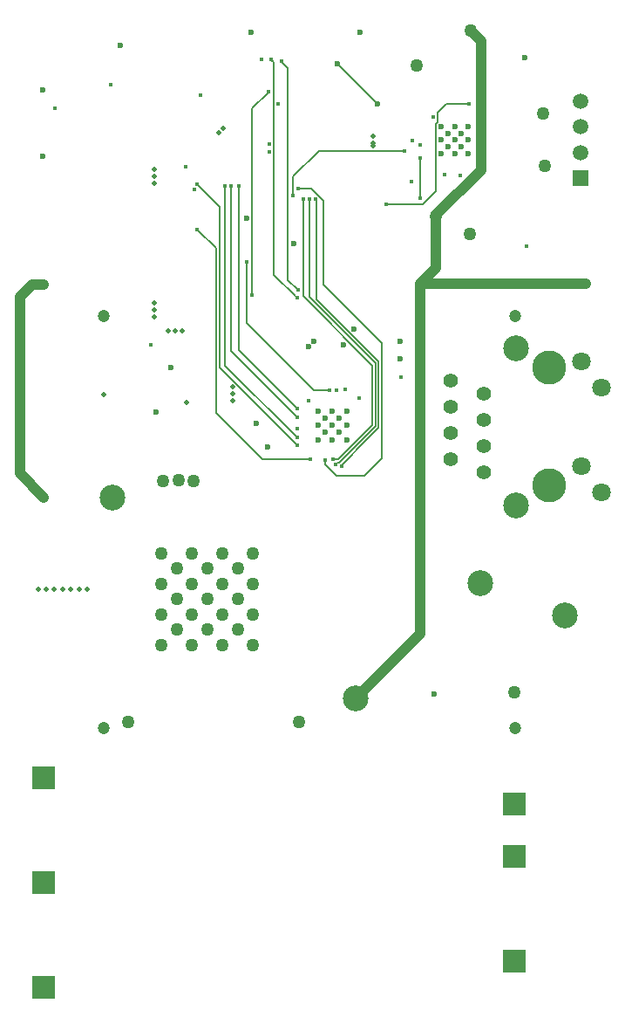
<source format=gbr>
%TF.GenerationSoftware,Altium Limited,Altium Designer,20.1.12 (249)*%
G04 Layer_Physical_Order=2*
G04 Layer_Color=36540*
%FSLAX45Y45*%
%MOMM*%
%TF.SameCoordinates,0418086A-757F-42B6-A3B9-695331E80F4B*%
%TF.FilePolarity,Positive*%
%TF.FileFunction,Copper,L2,Inr,Signal*%
%TF.Part,Single*%
G01*
G75*
%TA.AperFunction,Conductor*%
%ADD45C,1.00000*%
%ADD48C,0.20000*%
%ADD49C,0.15000*%
%TA.AperFunction,ComponentPad*%
%ADD52C,1.40000*%
%TA.AperFunction,WasherPad*%
%ADD54C,1.20000*%
%TA.AperFunction,ComponentPad*%
%ADD55C,2.50000*%
%ADD56C,1.50000*%
%ADD57R,1.50000X1.50000*%
%ADD58C,3.30000*%
%ADD59C,1.80000*%
%ADD60R,2.30000X2.30000*%
%TA.AperFunction,ViaPad*%
%ADD61C,0.60000*%
%ADD62C,0.40000*%
%ADD63C,0.50000*%
%ADD64C,1.27000*%
%ADD65C,2.50000*%
D45*
X4665000Y8477499D02*
Y8932499D01*
Y9669998D01*
Y8415000D02*
Y8477499D01*
X4074998Y5384998D02*
Y7312497D01*
X4567499Y9767499D02*
X4665000Y9669998D01*
X4229999Y7979999D02*
X4665000Y8415000D01*
X4229999Y7964998D02*
Y7979999D01*
Y7467498D02*
Y7964998D01*
X3450001Y3290001D02*
X4074998Y3914999D01*
Y5384998D01*
X304998Y7304999D02*
X412501D01*
X187498Y7187499D02*
X304998Y7304999D01*
X187498Y5472501D02*
Y7187499D01*
Y5472501D02*
X419999Y5240000D01*
X4074998Y7312497D02*
X4229999Y7467498D01*
X4074998Y7312497D02*
X5685003D01*
D48*
X3271520Y9448800D02*
X3660140Y9060180D01*
X2240001Y6660002D02*
Y8257499D01*
X2309998Y6669999D02*
Y8257499D01*
X2240001Y6660002D02*
X2879999Y6019998D01*
X2309998Y6669999D02*
X2879999Y6099998D01*
D49*
X2650002Y7400000D02*
Y9460001D01*
X2873238Y7180001D02*
X2879999D01*
X2863185Y7190054D02*
X2873238Y7180001D01*
X2859949Y7190054D02*
X2863185D01*
X2650002Y7400000D02*
X2859949Y7190054D01*
X2790002Y7349998D02*
X2884998Y7255002D01*
X2790002Y7349998D02*
Y9403237D01*
X2939999Y7190003D02*
Y8130002D01*
Y7190003D02*
X3610000Y6520002D01*
X2839999Y8350001D02*
X3089996Y8599998D01*
X2839999Y8170001D02*
Y8350001D01*
X3015107Y8235000D02*
X3130001Y8120106D01*
X2885003Y8235000D02*
X3015107D01*
X2730002Y9463237D02*
X2790002Y9403237D01*
X2999999Y7183328D02*
Y8130002D01*
X3059999D02*
X3070001Y8119999D01*
X3130001Y7305004D02*
Y8120106D01*
X2630002Y9480001D02*
X2650002Y9460001D01*
X2630002Y9480001D02*
Y9489999D01*
X2730002Y9463237D02*
Y9469999D01*
X2600000Y9169999D02*
Y9171249D01*
X2440000Y9010000D02*
X2600000Y9169999D01*
X2440000Y7200001D02*
Y9010000D01*
X1909999Y7840000D02*
X2089998Y7660000D01*
Y6059998D02*
Y7660000D01*
X1909999Y8279999D02*
X2129998Y8059999D01*
Y6500002D02*
Y8059999D01*
X3670000Y5912261D02*
Y6555755D01*
X3070001Y7155754D02*
Y8119999D01*
Y7155754D02*
X3670000Y6555755D01*
X3610000Y5943046D02*
Y6520002D01*
X2999999Y7183328D02*
X3639998Y6543330D01*
X3289381Y5579999D02*
X3639998Y5930616D01*
X3130001Y7305004D02*
X3699998Y6735008D01*
X3639998Y5930616D02*
Y6543330D01*
X3699998Y5619999D02*
Y6735008D01*
X3559998Y5802259D02*
X3670000Y5912261D01*
X3530295Y5450296D02*
X3699998Y5619999D01*
X3276956Y5610001D02*
X3610000Y5943046D01*
X4100002Y8079999D02*
X4227495Y8207497D01*
X4242501Y8972499D02*
X4329999Y9060002D01*
X4227495Y8859251D02*
X4242501Y8874252D01*
X4227495Y8207497D02*
Y8859251D01*
X4242501Y8874252D02*
Y8972499D01*
X4329999Y9060002D02*
X4549999D01*
X3739998Y8079999D02*
X4100002D01*
X4069999Y8139999D02*
Y8530001D01*
X3089996Y8599998D02*
X3920002D01*
X2180001Y6520002D02*
Y8257499D01*
X3265226Y5572282D02*
X3278180D01*
X3307608Y5541609D02*
Y5549864D01*
X3285896Y5579999D02*
X3289381D01*
X3307608Y5549864D02*
X3559998Y5802259D01*
X3256437Y5561772D02*
Y5563494D01*
X3265226Y5572282D01*
X3259704Y5450296D02*
X3530295D01*
X3278180Y5572282D02*
X3285896Y5579999D01*
X2089998Y6059998D02*
X2540000Y5610001D01*
X2129998Y6500002D02*
X2879999Y5750001D01*
X2540000Y5610001D02*
X3010002D01*
X2180001Y6520002D02*
X2879999Y5819999D01*
X2389998Y6929999D02*
Y7520000D01*
X3039999Y6279998D02*
X3190001D01*
X2389998Y6929999D02*
X3039999Y6279998D01*
X3150001Y5559999D02*
Y5599999D01*
Y5559999D02*
X3259704Y5450296D01*
X3230001Y5610001D02*
X3276956D01*
D52*
X4687809Y5736900D02*
D03*
X4370309Y6117900D02*
D03*
Y6371900D02*
D03*
X4687809Y5482900D02*
D03*
Y6244900D02*
D03*
X4370309Y5609900D02*
D03*
Y5863900D02*
D03*
X4687809Y5990900D02*
D03*
D54*
X5000000Y2999999D02*
D03*
X999998D02*
D03*
X5000000Y7000001D02*
D03*
X999998D02*
D03*
D55*
X5005309Y6689400D02*
D03*
Y5165400D02*
D03*
D56*
X5627502Y8585002D02*
D03*
Y8834999D02*
D03*
Y9085001D02*
D03*
D57*
Y8335000D02*
D03*
D58*
X5322809Y5355900D02*
D03*
Y6498900D02*
D03*
D59*
X5640309Y5546400D02*
D03*
Y6562400D02*
D03*
X5830809Y5292400D02*
D03*
Y6308400D02*
D03*
D60*
X414000Y2516002D02*
D03*
Y484002D02*
D03*
Y1500002D02*
D03*
X4986000Y738002D02*
D03*
Y2262002D02*
D03*
Y1754002D02*
D03*
D61*
X5087620Y9507220D02*
D03*
X3271520Y9448800D02*
D03*
X3660140Y9060180D02*
D03*
X2850002Y7700000D02*
D03*
X2387498Y7950002D02*
D03*
X4279997Y8837503D02*
D03*
X4540006Y8577499D02*
D03*
X2591481Y5730296D02*
D03*
X2480000Y5959998D02*
D03*
X3359323Y5799821D02*
D03*
X3430001Y6869999D02*
D03*
X3039999Y6749999D02*
D03*
X3330001Y6720002D02*
D03*
X3290001Y5870001D02*
D03*
X3360110Y5939699D02*
D03*
X3290001Y6010001D02*
D03*
X3360110Y6079698D02*
D03*
X3220110D02*
D03*
X2990002Y6700002D02*
D03*
X3880002Y6749999D02*
D03*
X3874999Y6580002D02*
D03*
X403753Y8545002D02*
D03*
Y9194998D02*
D03*
X1162502Y9627499D02*
D03*
X2427498Y9752498D02*
D03*
X3492500D02*
D03*
X4540001Y8707501D02*
D03*
X4475002Y8642497D02*
D03*
X4409999Y8837503D02*
D03*
X4540001D02*
D03*
X4279997Y8707501D02*
D03*
X4410004Y8577499D02*
D03*
X4279997D02*
D03*
X4344995Y8772505D02*
D03*
X4475002Y8772500D02*
D03*
X4345000Y8642497D02*
D03*
X4409999Y8707501D02*
D03*
X3079323Y5939820D02*
D03*
X3150001Y6010001D02*
D03*
X3219323Y5799821D02*
D03*
X3079323D02*
D03*
X3080111Y6079698D02*
D03*
X3150001Y5870001D02*
D03*
X3220110Y5939699D02*
D03*
X1649999Y6500002D02*
D03*
X1510000Y6070001D02*
D03*
X4209999Y3330001D02*
D03*
X4649998Y8477499D02*
D03*
X4645000Y8932499D02*
D03*
D62*
X2879999Y7180001D02*
D03*
X2884998Y7255002D02*
D03*
X2839999Y8170001D02*
D03*
X2885003Y8235000D02*
D03*
X2939999Y8130002D02*
D03*
X2999999D02*
D03*
X3059999D02*
D03*
X530001Y9010000D02*
D03*
X2630002Y9489999D02*
D03*
X2692502Y9060002D02*
D03*
X2607498Y8670000D02*
D03*
Y8590001D02*
D03*
X2600000Y9171249D02*
D03*
X2730002Y9469999D02*
D03*
X2440000Y7200001D02*
D03*
X2530003Y9489999D02*
D03*
X1800001Y8450001D02*
D03*
X1909999Y7840000D02*
D03*
Y8279999D02*
D03*
X1880001Y8230001D02*
D03*
X5110002Y7680000D02*
D03*
X1460002Y6720002D02*
D03*
X3259999Y6279998D02*
D03*
X3348553Y6288557D02*
D03*
X3480460Y6200049D02*
D03*
X3890000Y6410000D02*
D03*
X4200002Y8930000D02*
D03*
X4000002Y8699998D02*
D03*
X4549999Y9060002D02*
D03*
X4309999Y8370001D02*
D03*
X4460001Y8359999D02*
D03*
X4069999Y8139999D02*
D03*
X3739998Y8079999D02*
D03*
X3920002Y8599998D02*
D03*
X4071818Y8658179D02*
D03*
X2309998Y8257499D02*
D03*
X2240001D02*
D03*
X2180001D02*
D03*
X3990000Y8299999D02*
D03*
X4069999Y8530001D02*
D03*
X1940001Y9140002D02*
D03*
X1070000Y9240002D02*
D03*
X3010002Y5610001D02*
D03*
X2879999Y5750001D02*
D03*
Y5819999D02*
D03*
X2389998Y7520000D02*
D03*
X3190001Y6279998D02*
D03*
X2990002Y6179998D02*
D03*
X2879999Y5910001D02*
D03*
X3150001Y5599999D02*
D03*
X3230001Y5610001D02*
D03*
X3256437Y5561772D02*
D03*
X3307608Y5541609D02*
D03*
X2879999Y6019998D02*
D03*
Y6099998D02*
D03*
D63*
X999998Y6239998D02*
D03*
X1490000Y8350001D02*
D03*
Y8417499D02*
D03*
X2157486Y8819987D02*
D03*
X3619998Y8647501D02*
D03*
X2252502Y6174999D02*
D03*
Y6310000D02*
D03*
Y6242502D02*
D03*
X1760002Y6857502D02*
D03*
X1490000Y7127499D02*
D03*
Y7060001D02*
D03*
Y6992498D02*
D03*
Y8282498D02*
D03*
X1625001Y6857502D02*
D03*
X1692499D02*
D03*
X3619998Y8745002D02*
D03*
Y8677499D02*
D03*
X2117501Y8777498D02*
D03*
X839998Y4347500D02*
D03*
X760415D02*
D03*
X680832D02*
D03*
X601248D02*
D03*
X521665D02*
D03*
X442082D02*
D03*
X362499D02*
D03*
X1805000Y6159998D02*
D03*
D64*
X1580002Y5399999D02*
D03*
X1869999D02*
D03*
X1727500Y5404805D02*
D03*
X4040002Y9429999D02*
D03*
X4989998Y3350001D02*
D03*
X2899999Y3059999D02*
D03*
X1240003D02*
D03*
X1856669Y4106667D02*
D03*
X2153331D02*
D03*
Y4403334D02*
D03*
X2301667Y4254998D02*
D03*
X1708333D02*
D03*
Y4551665D02*
D03*
Y3958331D02*
D03*
X2005000Y4551665D02*
D03*
Y4254998D02*
D03*
Y3958331D02*
D03*
X2301667Y4551665D02*
D03*
Y3958331D02*
D03*
X1856669Y4700001D02*
D03*
X2153331D02*
D03*
X2449998D02*
D03*
X1856669Y4403334D02*
D03*
X2449998D02*
D03*
Y4106667D02*
D03*
X1856669Y3810000D02*
D03*
X2153331D02*
D03*
X2449998D02*
D03*
X1560002D02*
D03*
Y4106667D02*
D03*
Y4403334D02*
D03*
Y4700001D02*
D03*
X4555002Y7792502D02*
D03*
X5267498Y8962502D02*
D03*
X5282499Y8457499D02*
D03*
X4229999Y7964998D02*
D03*
X4567499Y9767499D02*
D03*
D65*
X1083884Y5238181D02*
D03*
X4653879Y4408180D02*
D03*
X3450001Y3290001D02*
D03*
X5480497Y4092986D02*
D03*
%TF.MD5,e9f81e326699a6bf3a58e45c9244fb81*%
M02*

</source>
